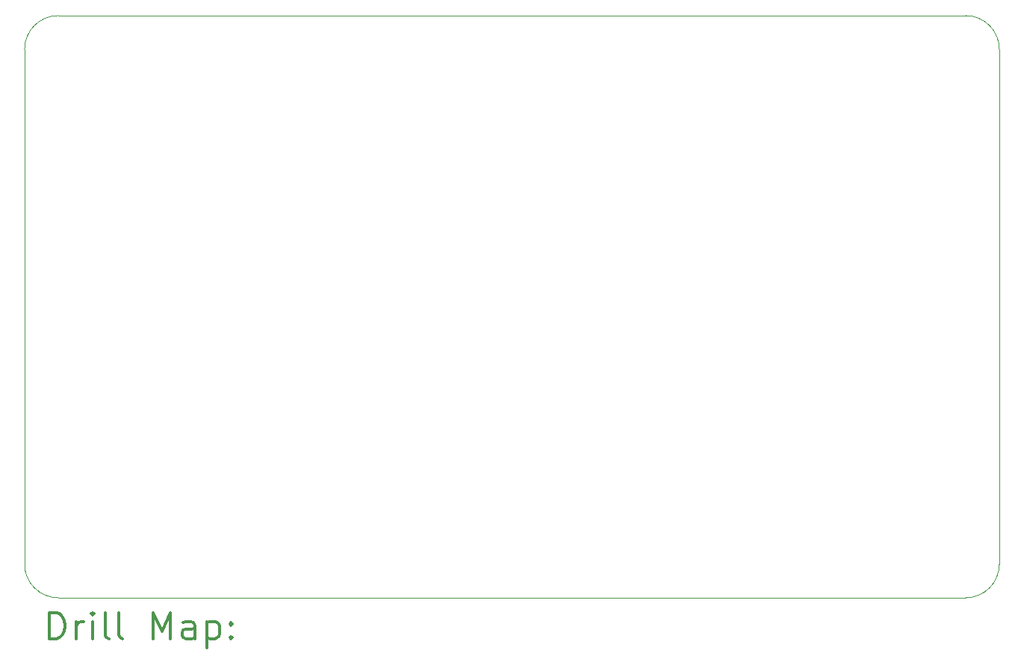
<source format=gbr>
%FSLAX45Y45*%
G04 Gerber Fmt 4.5, Leading zero omitted, Abs format (unit mm)*
G04 Created by KiCad (PCBNEW (5.1.12-1-10_14)) date 2022-01-30 16:38:16*
%MOMM*%
%LPD*%
G01*
G04 APERTURE LIST*
%TA.AperFunction,Profile*%
%ADD10C,0.050000*%
%TD*%
%ADD11C,0.200000*%
%ADD12C,0.300000*%
G04 APERTURE END LIST*
D10*
X19431000Y-6858000D02*
G75*
G02*
X19812000Y-7239000I0J-381000D01*
G01*
X19812000Y-13081000D02*
G75*
G02*
X19431000Y-13462000I-381000J0D01*
G01*
X9144000Y-13462000D02*
G75*
G02*
X8763000Y-13081000I0J381000D01*
G01*
X8763000Y-7239000D02*
G75*
G02*
X9144000Y-6858000I381000J0D01*
G01*
X19431000Y-6858000D02*
X9144000Y-6858000D01*
X19812000Y-13081000D02*
X19812000Y-7239000D01*
X9144000Y-13462000D02*
X19431000Y-13462000D01*
X8763000Y-7239000D02*
X8763000Y-13081000D01*
D11*
D12*
X9046928Y-13930214D02*
X9046928Y-13630214D01*
X9118357Y-13630214D01*
X9161214Y-13644500D01*
X9189786Y-13673071D01*
X9204071Y-13701643D01*
X9218357Y-13758786D01*
X9218357Y-13801643D01*
X9204071Y-13858786D01*
X9189786Y-13887357D01*
X9161214Y-13915929D01*
X9118357Y-13930214D01*
X9046928Y-13930214D01*
X9346928Y-13930214D02*
X9346928Y-13730214D01*
X9346928Y-13787357D02*
X9361214Y-13758786D01*
X9375500Y-13744500D01*
X9404071Y-13730214D01*
X9432643Y-13730214D01*
X9532643Y-13930214D02*
X9532643Y-13730214D01*
X9532643Y-13630214D02*
X9518357Y-13644500D01*
X9532643Y-13658786D01*
X9546928Y-13644500D01*
X9532643Y-13630214D01*
X9532643Y-13658786D01*
X9718357Y-13930214D02*
X9689786Y-13915929D01*
X9675500Y-13887357D01*
X9675500Y-13630214D01*
X9875500Y-13930214D02*
X9846928Y-13915929D01*
X9832643Y-13887357D01*
X9832643Y-13630214D01*
X10218357Y-13930214D02*
X10218357Y-13630214D01*
X10318357Y-13844500D01*
X10418357Y-13630214D01*
X10418357Y-13930214D01*
X10689786Y-13930214D02*
X10689786Y-13773071D01*
X10675500Y-13744500D01*
X10646928Y-13730214D01*
X10589786Y-13730214D01*
X10561214Y-13744500D01*
X10689786Y-13915929D02*
X10661214Y-13930214D01*
X10589786Y-13930214D01*
X10561214Y-13915929D01*
X10546928Y-13887357D01*
X10546928Y-13858786D01*
X10561214Y-13830214D01*
X10589786Y-13815929D01*
X10661214Y-13815929D01*
X10689786Y-13801643D01*
X10832643Y-13730214D02*
X10832643Y-14030214D01*
X10832643Y-13744500D02*
X10861214Y-13730214D01*
X10918357Y-13730214D01*
X10946928Y-13744500D01*
X10961214Y-13758786D01*
X10975500Y-13787357D01*
X10975500Y-13873071D01*
X10961214Y-13901643D01*
X10946928Y-13915929D01*
X10918357Y-13930214D01*
X10861214Y-13930214D01*
X10832643Y-13915929D01*
X11104071Y-13901643D02*
X11118357Y-13915929D01*
X11104071Y-13930214D01*
X11089786Y-13915929D01*
X11104071Y-13901643D01*
X11104071Y-13930214D01*
X11104071Y-13744500D02*
X11118357Y-13758786D01*
X11104071Y-13773071D01*
X11089786Y-13758786D01*
X11104071Y-13744500D01*
X11104071Y-13773071D01*
M02*

</source>
